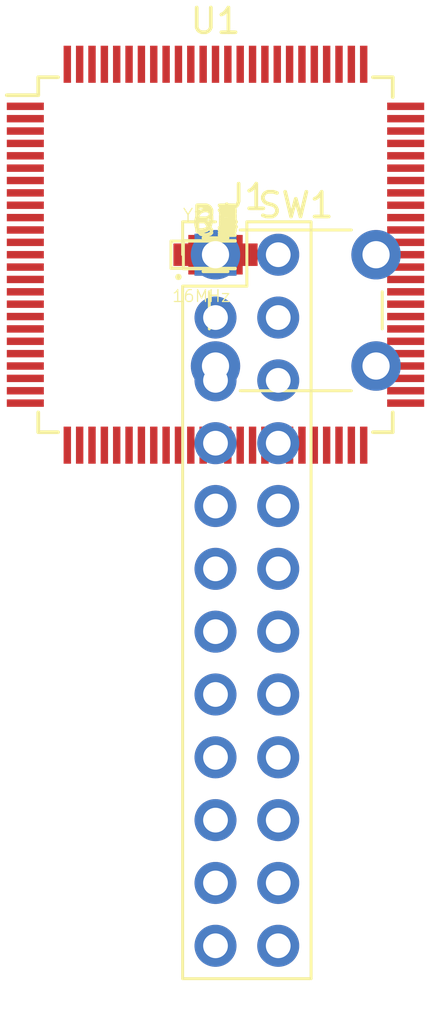
<source format=kicad_pcb>
(kicad_pcb (version 4) (host pcbnew 4.0.7)

  (general
    (links 62)
    (no_connects 47)
    (area 0 0 0 0)
    (thickness 1.6)
    (drawings 0)
    (tracks 0)
    (zones 0)
    (modules 18)
    (nets 98)
  )

  (page A4)
  (layers
    (0 F.Cu signal)
    (31 B.Cu signal)
    (32 B.Adhes user)
    (33 F.Adhes user)
    (34 B.Paste user)
    (35 F.Paste user)
    (36 B.SilkS user)
    (37 F.SilkS user)
    (38 B.Mask user)
    (39 F.Mask user)
    (40 Dwgs.User user)
    (41 Cmts.User user)
    (42 Eco1.User user)
    (43 Eco2.User user)
    (44 Edge.Cuts user)
    (45 Margin user)
    (46 B.CrtYd user)
    (47 F.CrtYd user)
    (48 B.Fab user)
    (49 F.Fab user)
  )

  (setup
    (last_trace_width 0.25)
    (trace_clearance 0.2)
    (zone_clearance 0.508)
    (zone_45_only no)
    (trace_min 0.2)
    (segment_width 0.2)
    (edge_width 0.1)
    (via_size 0.6)
    (via_drill 0.4)
    (via_min_size 0.4)
    (via_min_drill 0.3)
    (uvia_size 0.3)
    (uvia_drill 0.1)
    (uvias_allowed no)
    (uvia_min_size 0.2)
    (uvia_min_drill 0.1)
    (pcb_text_width 0.3)
    (pcb_text_size 1.5 1.5)
    (mod_edge_width 0.15)
    (mod_text_size 1 1)
    (mod_text_width 0.15)
    (pad_size 1.5 1.5)
    (pad_drill 0.6)
    (pad_to_mask_clearance 0)
    (aux_axis_origin 0 0)
    (visible_elements FFFFFF7F)
    (pcbplotparams
      (layerselection 0x00030_80000001)
      (usegerberextensions false)
      (excludeedgelayer true)
      (linewidth 0.100000)
      (plotframeref false)
      (viasonmask false)
      (mode 1)
      (useauxorigin false)
      (hpglpennumber 1)
      (hpglpenspeed 20)
      (hpglpendiameter 15)
      (hpglpenoverlay 2)
      (psnegative false)
      (psa4output false)
      (plotreference true)
      (plotvalue true)
      (plotinvisibletext false)
      (padsonsilk false)
      (subtractmaskfromsilk false)
      (outputformat 1)
      (mirror false)
      (drillshape 1)
      (scaleselection 1)
      (outputdirectory ""))
  )

  (net 0 "")
  (net 1 /AREF)
  (net 2 GND)
  (net 3 +5V)
  (net 4 /RESET)
  (net 5 "Net-(D2-Pad2)")
  (net 6 "Net-(D3-Pad2)")
  (net 7 +3V3)
  (net 8 /SCK)
  (net 9 /MISO)
  (net 10 /MOSI)
  (net 11 /TX0)
  (net 12 /RX0)
  (net 13 /SDA)
  (net 14 /SCL)
  (net 15 /D2)
  (net 16 /D3)
  (net 17 /D4)
  (net 18 /D5)
  (net 19 /D6)
  (net 20 /D7)
  (net 21 /A0)
  (net 22 /A1)
  (net 23 /A2)
  (net 24 /A3)
  (net 25 /A4)
  (net 26 /A5)
  (net 27 /D13)
  (net 28 "Net-(R6-Pad1)")
  (net 29 "Net-(R6-Pad2)")
  (net 30 "Net-(U1-Pad4)")
  (net 31 "Net-(U1-Pad8)")
  (net 32 "Net-(U1-Pad9)")
  (net 33 "Net-(U1-Pad12)")
  (net 34 "Net-(U1-Pad14)")
  (net 35 "Net-(U1-Pad17)")
  (net 36 "Net-(U1-Pad18)")
  (net 37 "Net-(U1-Pad19)")
  (net 38 "Net-(U1-Pad23)")
  (net 39 "Net-(U1-Pad24)")
  (net 40 "Net-(U1-Pad25)")
  (net 41 "Net-(U1-Pad26)")
  (net 42 "Net-(U1-Pad27)")
  (net 43 "Net-(U1-Pad28)")
  (net 44 "Net-(U1-Pad29)")
  (net 45 /XTAL2)
  (net 46 /XTAL1)
  (net 47 "Net-(U1-Pad35)")
  (net 48 "Net-(U1-Pad36)")
  (net 49 "Net-(U1-Pad37)")
  (net 50 "Net-(U1-Pad38)")
  (net 51 "Net-(U1-Pad39)")
  (net 52 "Net-(U1-Pad40)")
  (net 53 "Net-(U1-Pad41)")
  (net 54 "Net-(U1-Pad42)")
  (net 55 "Net-(U1-Pad45)")
  (net 56 "Net-(U1-Pad46)")
  (net 57 "Net-(U1-Pad47)")
  (net 58 "Net-(U1-Pad48)")
  (net 59 "Net-(U1-Pad49)")
  (net 60 "Net-(U1-Pad50)")
  (net 61 "Net-(U1-Pad51)")
  (net 62 "Net-(U1-Pad52)")
  (net 63 "Net-(U1-Pad53)")
  (net 64 "Net-(U1-Pad54)")
  (net 65 "Net-(U1-Pad55)")
  (net 66 "Net-(U1-Pad56)")
  (net 67 "Net-(U1-Pad57)")
  (net 68 "Net-(U1-Pad58)")
  (net 69 "Net-(U1-Pad59)")
  (net 70 "Net-(U1-Pad60)")
  (net 71 "Net-(U1-Pad63)")
  (net 72 "Net-(U1-Pad64)")
  (net 73 "Net-(U1-Pad65)")
  (net 74 "Net-(U1-Pad66)")
  (net 75 "Net-(U1-Pad67)")
  (net 76 "Net-(U1-Pad68)")
  (net 77 "Net-(U1-Pad69)")
  (net 78 "Net-(U1-Pad70)")
  (net 79 "Net-(U1-Pad71)")
  (net 80 "Net-(U1-Pad72)")
  (net 81 "Net-(U1-Pad73)")
  (net 82 "Net-(U1-Pad74)")
  (net 83 "Net-(U1-Pad75)")
  (net 84 "Net-(U1-Pad76)")
  (net 85 "Net-(U1-Pad77)")
  (net 86 "Net-(U1-Pad78)")
  (net 87 "Net-(U1-Pad79)")
  (net 88 "Net-(U1-Pad82)")
  (net 89 "Net-(U1-Pad83)")
  (net 90 "Net-(U1-Pad84)")
  (net 91 "Net-(U1-Pad85)")
  (net 92 "Net-(U1-Pad86)")
  (net 93 "Net-(U1-Pad87)")
  (net 94 "Net-(U1-Pad88)")
  (net 95 "Net-(U1-Pad89)")
  (net 96 "Net-(U1-Pad90)")
  (net 97 "Net-(U1-Pad91)")

  (net_class Default "This is the default net class."
    (clearance 0.2)
    (trace_width 0.25)
    (via_dia 0.6)
    (via_drill 0.4)
    (uvia_dia 0.3)
    (uvia_drill 0.1)
    (add_net +3V3)
    (add_net +5V)
    (add_net /A0)
    (add_net /A1)
    (add_net /A2)
    (add_net /A3)
    (add_net /A4)
    (add_net /A5)
    (add_net /AREF)
    (add_net /D13)
    (add_net /D2)
    (add_net /D3)
    (add_net /D4)
    (add_net /D5)
    (add_net /D6)
    (add_net /D7)
    (add_net /MISO)
    (add_net /MOSI)
    (add_net /RESET)
    (add_net /RX0)
    (add_net /SCK)
    (add_net /SCL)
    (add_net /SDA)
    (add_net /TX0)
    (add_net /XTAL1)
    (add_net /XTAL2)
    (add_net GND)
    (add_net "Net-(D2-Pad2)")
    (add_net "Net-(D3-Pad2)")
    (add_net "Net-(R6-Pad1)")
    (add_net "Net-(R6-Pad2)")
    (add_net "Net-(U1-Pad12)")
    (add_net "Net-(U1-Pad14)")
    (add_net "Net-(U1-Pad17)")
    (add_net "Net-(U1-Pad18)")
    (add_net "Net-(U1-Pad19)")
    (add_net "Net-(U1-Pad23)")
    (add_net "Net-(U1-Pad24)")
    (add_net "Net-(U1-Pad25)")
    (add_net "Net-(U1-Pad26)")
    (add_net "Net-(U1-Pad27)")
    (add_net "Net-(U1-Pad28)")
    (add_net "Net-(U1-Pad29)")
    (add_net "Net-(U1-Pad35)")
    (add_net "Net-(U1-Pad36)")
    (add_net "Net-(U1-Pad37)")
    (add_net "Net-(U1-Pad38)")
    (add_net "Net-(U1-Pad39)")
    (add_net "Net-(U1-Pad4)")
    (add_net "Net-(U1-Pad40)")
    (add_net "Net-(U1-Pad41)")
    (add_net "Net-(U1-Pad42)")
    (add_net "Net-(U1-Pad45)")
    (add_net "Net-(U1-Pad46)")
    (add_net "Net-(U1-Pad47)")
    (add_net "Net-(U1-Pad48)")
    (add_net "Net-(U1-Pad49)")
    (add_net "Net-(U1-Pad50)")
    (add_net "Net-(U1-Pad51)")
    (add_net "Net-(U1-Pad52)")
    (add_net "Net-(U1-Pad53)")
    (add_net "Net-(U1-Pad54)")
    (add_net "Net-(U1-Pad55)")
    (add_net "Net-(U1-Pad56)")
    (add_net "Net-(U1-Pad57)")
    (add_net "Net-(U1-Pad58)")
    (add_net "Net-(U1-Pad59)")
    (add_net "Net-(U1-Pad60)")
    (add_net "Net-(U1-Pad63)")
    (add_net "Net-(U1-Pad64)")
    (add_net "Net-(U1-Pad65)")
    (add_net "Net-(U1-Pad66)")
    (add_net "Net-(U1-Pad67)")
    (add_net "Net-(U1-Pad68)")
    (add_net "Net-(U1-Pad69)")
    (add_net "Net-(U1-Pad70)")
    (add_net "Net-(U1-Pad71)")
    (add_net "Net-(U1-Pad72)")
    (add_net "Net-(U1-Pad73)")
    (add_net "Net-(U1-Pad74)")
    (add_net "Net-(U1-Pad75)")
    (add_net "Net-(U1-Pad76)")
    (add_net "Net-(U1-Pad77)")
    (add_net "Net-(U1-Pad78)")
    (add_net "Net-(U1-Pad79)")
    (add_net "Net-(U1-Pad8)")
    (add_net "Net-(U1-Pad82)")
    (add_net "Net-(U1-Pad83)")
    (add_net "Net-(U1-Pad84)")
    (add_net "Net-(U1-Pad85)")
    (add_net "Net-(U1-Pad86)")
    (add_net "Net-(U1-Pad87)")
    (add_net "Net-(U1-Pad88)")
    (add_net "Net-(U1-Pad89)")
    (add_net "Net-(U1-Pad9)")
    (add_net "Net-(U1-Pad90)")
    (add_net "Net-(U1-Pad91)")
  )

  (module Capacitors_SMD:C_0603_HandSoldering (layer F.Cu) (tedit 58AA848B) (tstamp 5B4CA7FC)
    (at 148.5011 105.0036)
    (descr "Capacitor SMD 0603, hand soldering")
    (tags "capacitor 0603")
    (path /5B4BC746)
    (attr smd)
    (fp_text reference C1 (at 0 -1.25) (layer F.SilkS)
      (effects (font (size 1 1) (thickness 0.15)))
    )
    (fp_text value 0.1uf (at 0 1.5) (layer F.Fab)
      (effects (font (size 1 1) (thickness 0.15)))
    )
    (fp_text user %R (at 0 -1.25) (layer F.Fab)
      (effects (font (size 1 1) (thickness 0.15)))
    )
    (fp_line (start -0.8 0.4) (end -0.8 -0.4) (layer F.Fab) (width 0.1))
    (fp_line (start 0.8 0.4) (end -0.8 0.4) (layer F.Fab) (width 0.1))
    (fp_line (start 0.8 -0.4) (end 0.8 0.4) (layer F.Fab) (width 0.1))
    (fp_line (start -0.8 -0.4) (end 0.8 -0.4) (layer F.Fab) (width 0.1))
    (fp_line (start -0.35 -0.6) (end 0.35 -0.6) (layer F.SilkS) (width 0.12))
    (fp_line (start 0.35 0.6) (end -0.35 0.6) (layer F.SilkS) (width 0.12))
    (fp_line (start -1.8 -0.65) (end 1.8 -0.65) (layer F.CrtYd) (width 0.05))
    (fp_line (start -1.8 -0.65) (end -1.8 0.65) (layer F.CrtYd) (width 0.05))
    (fp_line (start 1.8 0.65) (end 1.8 -0.65) (layer F.CrtYd) (width 0.05))
    (fp_line (start 1.8 0.65) (end -1.8 0.65) (layer F.CrtYd) (width 0.05))
    (pad 1 smd rect (at -0.95 0) (size 1.2 0.75) (layers F.Cu F.Paste F.Mask)
      (net 1 /AREF))
    (pad 2 smd rect (at 0.95 0) (size 1.2 0.75) (layers F.Cu F.Paste F.Mask)
      (net 2 GND))
    (model Capacitors_SMD.3dshapes/C_0603.wrl
      (at (xyz 0 0 0))
      (scale (xyz 1 1 1))
      (rotate (xyz 0 0 0))
    )
  )

  (module Capacitors_SMD:C_0603_HandSoldering (layer F.Cu) (tedit 58AA848B) (tstamp 5B4CA80D)
    (at 148.5011 105.0036)
    (descr "Capacitor SMD 0603, hand soldering")
    (tags "capacitor 0603")
    (path /5B4B95A0)
    (attr smd)
    (fp_text reference C2 (at 0 -1.25) (layer F.SilkS)
      (effects (font (size 1 1) (thickness 0.15)))
    )
    (fp_text value 0.1uF (at 0 1.5) (layer F.Fab)
      (effects (font (size 1 1) (thickness 0.15)))
    )
    (fp_text user %R (at 0 -1.25) (layer F.Fab)
      (effects (font (size 1 1) (thickness 0.15)))
    )
    (fp_line (start -0.8 0.4) (end -0.8 -0.4) (layer F.Fab) (width 0.1))
    (fp_line (start 0.8 0.4) (end -0.8 0.4) (layer F.Fab) (width 0.1))
    (fp_line (start 0.8 -0.4) (end 0.8 0.4) (layer F.Fab) (width 0.1))
    (fp_line (start -0.8 -0.4) (end 0.8 -0.4) (layer F.Fab) (width 0.1))
    (fp_line (start -0.35 -0.6) (end 0.35 -0.6) (layer F.SilkS) (width 0.12))
    (fp_line (start 0.35 0.6) (end -0.35 0.6) (layer F.SilkS) (width 0.12))
    (fp_line (start -1.8 -0.65) (end 1.8 -0.65) (layer F.CrtYd) (width 0.05))
    (fp_line (start -1.8 -0.65) (end -1.8 0.65) (layer F.CrtYd) (width 0.05))
    (fp_line (start 1.8 0.65) (end 1.8 -0.65) (layer F.CrtYd) (width 0.05))
    (fp_line (start 1.8 0.65) (end -1.8 0.65) (layer F.CrtYd) (width 0.05))
    (pad 1 smd rect (at -0.95 0) (size 1.2 0.75) (layers F.Cu F.Paste F.Mask)
      (net 3 +5V))
    (pad 2 smd rect (at 0.95 0) (size 1.2 0.75) (layers F.Cu F.Paste F.Mask)
      (net 2 GND))
    (model Capacitors_SMD.3dshapes/C_0603.wrl
      (at (xyz 0 0 0))
      (scale (xyz 1 1 1))
      (rotate (xyz 0 0 0))
    )
  )

  (module Capacitors_SMD:C_0603_HandSoldering (layer F.Cu) (tedit 58AA848B) (tstamp 5B4CA81E)
    (at 148.5011 105.0036)
    (descr "Capacitor SMD 0603, hand soldering")
    (tags "capacitor 0603")
    (path /5B4B961F)
    (attr smd)
    (fp_text reference C3 (at 0 -1.25) (layer F.SilkS)
      (effects (font (size 1 1) (thickness 0.15)))
    )
    (fp_text value 0.1uF (at 0 1.5) (layer F.Fab)
      (effects (font (size 1 1) (thickness 0.15)))
    )
    (fp_text user %R (at 0 -1.25) (layer F.Fab)
      (effects (font (size 1 1) (thickness 0.15)))
    )
    (fp_line (start -0.8 0.4) (end -0.8 -0.4) (layer F.Fab) (width 0.1))
    (fp_line (start 0.8 0.4) (end -0.8 0.4) (layer F.Fab) (width 0.1))
    (fp_line (start 0.8 -0.4) (end 0.8 0.4) (layer F.Fab) (width 0.1))
    (fp_line (start -0.8 -0.4) (end 0.8 -0.4) (layer F.Fab) (width 0.1))
    (fp_line (start -0.35 -0.6) (end 0.35 -0.6) (layer F.SilkS) (width 0.12))
    (fp_line (start 0.35 0.6) (end -0.35 0.6) (layer F.SilkS) (width 0.12))
    (fp_line (start -1.8 -0.65) (end 1.8 -0.65) (layer F.CrtYd) (width 0.05))
    (fp_line (start -1.8 -0.65) (end -1.8 0.65) (layer F.CrtYd) (width 0.05))
    (fp_line (start 1.8 0.65) (end 1.8 -0.65) (layer F.CrtYd) (width 0.05))
    (fp_line (start 1.8 0.65) (end -1.8 0.65) (layer F.CrtYd) (width 0.05))
    (pad 1 smd rect (at -0.95 0) (size 1.2 0.75) (layers F.Cu F.Paste F.Mask)
      (net 3 +5V))
    (pad 2 smd rect (at 0.95 0) (size 1.2 0.75) (layers F.Cu F.Paste F.Mask)
      (net 2 GND))
    (model Capacitors_SMD.3dshapes/C_0603.wrl
      (at (xyz 0 0 0))
      (scale (xyz 1 1 1))
      (rotate (xyz 0 0 0))
    )
  )

  (module Capacitors_SMD:C_0603_HandSoldering (layer F.Cu) (tedit 58AA848B) (tstamp 5B4CA82F)
    (at 148.5011 105.0036)
    (descr "Capacitor SMD 0603, hand soldering")
    (tags "capacitor 0603")
    (path /5B4B996D)
    (attr smd)
    (fp_text reference C4 (at 0 -1.25) (layer F.SilkS)
      (effects (font (size 1 1) (thickness 0.15)))
    )
    (fp_text value 22p (at 0 1.5) (layer F.Fab)
      (effects (font (size 1 1) (thickness 0.15)))
    )
    (fp_text user %R (at 0 -1.25) (layer F.Fab)
      (effects (font (size 1 1) (thickness 0.15)))
    )
    (fp_line (start -0.8 0.4) (end -0.8 -0.4) (layer F.Fab) (width 0.1))
    (fp_line (start 0.8 0.4) (end -0.8 0.4) (layer F.Fab) (width 0.1))
    (fp_line (start 0.8 -0.4) (end 0.8 0.4) (layer F.Fab) (width 0.1))
    (fp_line (start -0.8 -0.4) (end 0.8 -0.4) (layer F.Fab) (width 0.1))
    (fp_line (start -0.35 -0.6) (end 0.35 -0.6) (layer F.SilkS) (width 0.12))
    (fp_line (start 0.35 0.6) (end -0.35 0.6) (layer F.SilkS) (width 0.12))
    (fp_line (start -1.8 -0.65) (end 1.8 -0.65) (layer F.CrtYd) (width 0.05))
    (fp_line (start -1.8 -0.65) (end -1.8 0.65) (layer F.CrtYd) (width 0.05))
    (fp_line (start 1.8 0.65) (end 1.8 -0.65) (layer F.CrtYd) (width 0.05))
    (fp_line (start 1.8 0.65) (end -1.8 0.65) (layer F.CrtYd) (width 0.05))
    (pad 1 smd rect (at -0.95 0) (size 1.2 0.75) (layers F.Cu F.Paste F.Mask)
      (net 4 /RESET))
    (pad 2 smd rect (at 0.95 0) (size 1.2 0.75) (layers F.Cu F.Paste F.Mask)
      (net 2 GND))
    (model Capacitors_SMD.3dshapes/C_0603.wrl
      (at (xyz 0 0 0))
      (scale (xyz 1 1 1))
      (rotate (xyz 0 0 0))
    )
  )

  (module Capacitors_SMD:C_0603_HandSoldering (layer F.Cu) (tedit 58AA848B) (tstamp 5B4CA840)
    (at 148.5011 105.0036)
    (descr "Capacitor SMD 0603, hand soldering")
    (tags "capacitor 0603")
    (path /5B4B9643)
    (attr smd)
    (fp_text reference C5 (at 0 -1.25) (layer F.SilkS)
      (effects (font (size 1 1) (thickness 0.15)))
    )
    (fp_text value 0.1uF (at 0 1.5) (layer F.Fab)
      (effects (font (size 1 1) (thickness 0.15)))
    )
    (fp_text user %R (at 0 -1.25) (layer F.Fab)
      (effects (font (size 1 1) (thickness 0.15)))
    )
    (fp_line (start -0.8 0.4) (end -0.8 -0.4) (layer F.Fab) (width 0.1))
    (fp_line (start 0.8 0.4) (end -0.8 0.4) (layer F.Fab) (width 0.1))
    (fp_line (start 0.8 -0.4) (end 0.8 0.4) (layer F.Fab) (width 0.1))
    (fp_line (start -0.8 -0.4) (end 0.8 -0.4) (layer F.Fab) (width 0.1))
    (fp_line (start -0.35 -0.6) (end 0.35 -0.6) (layer F.SilkS) (width 0.12))
    (fp_line (start 0.35 0.6) (end -0.35 0.6) (layer F.SilkS) (width 0.12))
    (fp_line (start -1.8 -0.65) (end 1.8 -0.65) (layer F.CrtYd) (width 0.05))
    (fp_line (start -1.8 -0.65) (end -1.8 0.65) (layer F.CrtYd) (width 0.05))
    (fp_line (start 1.8 0.65) (end 1.8 -0.65) (layer F.CrtYd) (width 0.05))
    (fp_line (start 1.8 0.65) (end -1.8 0.65) (layer F.CrtYd) (width 0.05))
    (pad 1 smd rect (at -0.95 0) (size 1.2 0.75) (layers F.Cu F.Paste F.Mask)
      (net 3 +5V))
    (pad 2 smd rect (at 0.95 0) (size 1.2 0.75) (layers F.Cu F.Paste F.Mask)
      (net 2 GND))
    (model Capacitors_SMD.3dshapes/C_0603.wrl
      (at (xyz 0 0 0))
      (scale (xyz 1 1 1))
      (rotate (xyz 0 0 0))
    )
  )

  (module Diodes_SMD:D_0603 (layer F.Cu) (tedit 590CE922) (tstamp 5B4CA858)
    (at 148.5011 105.0036)
    (descr "Diode SMD in 0603 package http://datasheets.avx.com/schottky.pdf")
    (tags "smd diode")
    (path /5B4BAB03)
    (attr smd)
    (fp_text reference D1 (at 0 -1.4) (layer F.SilkS)
      (effects (font (size 1 1) (thickness 0.15)))
    )
    (fp_text value D (at 0 1.4) (layer F.Fab)
      (effects (font (size 1 1) (thickness 0.15)))
    )
    (fp_text user %R (at 0 -1.4) (layer F.Fab)
      (effects (font (size 1 1) (thickness 0.15)))
    )
    (fp_line (start -1.3 -0.57) (end -1.3 0.57) (layer F.SilkS) (width 0.12))
    (fp_line (start 1.4 0.67) (end 1.4 -0.67) (layer F.CrtYd) (width 0.05))
    (fp_line (start -1.4 0.67) (end 1.4 0.67) (layer F.CrtYd) (width 0.05))
    (fp_line (start -1.4 -0.67) (end -1.4 0.67) (layer F.CrtYd) (width 0.05))
    (fp_line (start 1.4 -0.67) (end -1.4 -0.67) (layer F.CrtYd) (width 0.05))
    (fp_line (start 0.2 0) (end 0.4 0) (layer F.Fab) (width 0.1))
    (fp_line (start -0.1 0) (end -0.3 0) (layer F.Fab) (width 0.1))
    (fp_line (start -0.1 -0.2) (end -0.1 0.2) (layer F.Fab) (width 0.1))
    (fp_line (start 0.2 0.2) (end 0.2 -0.2) (layer F.Fab) (width 0.1))
    (fp_line (start -0.1 0) (end 0.2 0.2) (layer F.Fab) (width 0.1))
    (fp_line (start 0.2 -0.2) (end -0.1 0) (layer F.Fab) (width 0.1))
    (fp_line (start -0.8 0.45) (end -0.8 -0.45) (layer F.Fab) (width 0.1))
    (fp_line (start 0.8 0.45) (end -0.8 0.45) (layer F.Fab) (width 0.1))
    (fp_line (start 0.8 -0.45) (end 0.8 0.45) (layer F.Fab) (width 0.1))
    (fp_line (start -0.8 -0.45) (end 0.8 -0.45) (layer F.Fab) (width 0.1))
    (fp_line (start -1.3 0.57) (end 0.8 0.57) (layer F.SilkS) (width 0.12))
    (fp_line (start -1.3 -0.57) (end 0.8 -0.57) (layer F.SilkS) (width 0.12))
    (pad 1 smd rect (at -0.85 0) (size 0.6 0.8) (layers F.Cu F.Paste F.Mask)
      (net 3 +5V))
    (pad 2 smd rect (at 0.85 0) (size 0.6 0.8) (layers F.Cu F.Paste F.Mask)
      (net 4 /RESET))
    (model ${KISYS3DMOD}/Diodes_SMD.3dshapes/D_0603.wrl
      (at (xyz 0 0 0))
      (scale (xyz 1 1 1))
      (rotate (xyz 0 0 0))
    )
  )

  (module LEDs:LED_0603_HandSoldering (layer F.Cu) (tedit 595FC9C0) (tstamp 5B4CA86D)
    (at 148.5011 105.0036)
    (descr "LED SMD 0603, hand soldering")
    (tags "LED 0603")
    (path /5B4BB809)
    (attr smd)
    (fp_text reference D2 (at 0 -1.45) (layer F.SilkS)
      (effects (font (size 1 1) (thickness 0.15)))
    )
    (fp_text value LED (at 0 1.55) (layer F.Fab)
      (effects (font (size 1 1) (thickness 0.15)))
    )
    (fp_line (start -1.8 -0.55) (end -1.8 0.55) (layer F.SilkS) (width 0.12))
    (fp_line (start -0.2 -0.2) (end -0.2 0.2) (layer F.Fab) (width 0.1))
    (fp_line (start -0.15 0) (end 0.15 -0.2) (layer F.Fab) (width 0.1))
    (fp_line (start 0.15 0.2) (end -0.15 0) (layer F.Fab) (width 0.1))
    (fp_line (start 0.15 -0.2) (end 0.15 0.2) (layer F.Fab) (width 0.1))
    (fp_line (start 0.8 0.4) (end -0.8 0.4) (layer F.Fab) (width 0.1))
    (fp_line (start 0.8 -0.4) (end 0.8 0.4) (layer F.Fab) (width 0.1))
    (fp_line (start -0.8 -0.4) (end 0.8 -0.4) (layer F.Fab) (width 0.1))
    (fp_line (start -1.8 0.55) (end 0.8 0.55) (layer F.SilkS) (width 0.12))
    (fp_line (start -1.8 -0.55) (end 0.8 -0.55) (layer F.SilkS) (width 0.12))
    (fp_line (start -1.96 -0.7) (end 1.95 -0.7) (layer F.CrtYd) (width 0.05))
    (fp_line (start -1.96 -0.7) (end -1.96 0.7) (layer F.CrtYd) (width 0.05))
    (fp_line (start 1.95 0.7) (end 1.95 -0.7) (layer F.CrtYd) (width 0.05))
    (fp_line (start 1.95 0.7) (end -1.96 0.7) (layer F.CrtYd) (width 0.05))
    (fp_line (start -0.8 -0.4) (end -0.8 0.4) (layer F.Fab) (width 0.1))
    (pad 1 smd rect (at -1.1 0) (size 1.2 0.9) (layers F.Cu F.Paste F.Mask)
      (net 2 GND))
    (pad 2 smd rect (at 1.1 0) (size 1.2 0.9) (layers F.Cu F.Paste F.Mask)
      (net 5 "Net-(D2-Pad2)"))
    (model ${KISYS3DMOD}/LEDs.3dshapes/LED_0603.wrl
      (at (xyz 0 0 0))
      (scale (xyz 1 1 1))
      (rotate (xyz 0 0 180))
    )
  )

  (module LEDs:LED_0603_HandSoldering (layer F.Cu) (tedit 595FC9C0) (tstamp 5B4CA882)
    (at 148.5011 105.0036)
    (descr "LED SMD 0603, hand soldering")
    (tags "LED 0603")
    (path /5B4BB5F6)
    (attr smd)
    (fp_text reference D3 (at 0 -1.45) (layer F.SilkS)
      (effects (font (size 1 1) (thickness 0.15)))
    )
    (fp_text value LED (at 0 1.55) (layer F.Fab)
      (effects (font (size 1 1) (thickness 0.15)))
    )
    (fp_line (start -1.8 -0.55) (end -1.8 0.55) (layer F.SilkS) (width 0.12))
    (fp_line (start -0.2 -0.2) (end -0.2 0.2) (layer F.Fab) (width 0.1))
    (fp_line (start -0.15 0) (end 0.15 -0.2) (layer F.Fab) (width 0.1))
    (fp_line (start 0.15 0.2) (end -0.15 0) (layer F.Fab) (width 0.1))
    (fp_line (start 0.15 -0.2) (end 0.15 0.2) (layer F.Fab) (width 0.1))
    (fp_line (start 0.8 0.4) (end -0.8 0.4) (layer F.Fab) (width 0.1))
    (fp_line (start 0.8 -0.4) (end 0.8 0.4) (layer F.Fab) (width 0.1))
    (fp_line (start -0.8 -0.4) (end 0.8 -0.4) (layer F.Fab) (width 0.1))
    (fp_line (start -1.8 0.55) (end 0.8 0.55) (layer F.SilkS) (width 0.12))
    (fp_line (start -1.8 -0.55) (end 0.8 -0.55) (layer F.SilkS) (width 0.12))
    (fp_line (start -1.96 -0.7) (end 1.95 -0.7) (layer F.CrtYd) (width 0.05))
    (fp_line (start -1.96 -0.7) (end -1.96 0.7) (layer F.CrtYd) (width 0.05))
    (fp_line (start 1.95 0.7) (end 1.95 -0.7) (layer F.CrtYd) (width 0.05))
    (fp_line (start 1.95 0.7) (end -1.96 0.7) (layer F.CrtYd) (width 0.05))
    (fp_line (start -0.8 -0.4) (end -0.8 0.4) (layer F.Fab) (width 0.1))
    (pad 1 smd rect (at -1.1 0) (size 1.2 0.9) (layers F.Cu F.Paste F.Mask)
      (net 2 GND))
    (pad 2 smd rect (at 1.1 0) (size 1.2 0.9) (layers F.Cu F.Paste F.Mask)
      (net 6 "Net-(D3-Pad2)"))
    (model ${KISYS3DMOD}/LEDs.3dshapes/LED_0603.wrl
      (at (xyz 0 0 0))
      (scale (xyz 1 1 1))
      (rotate (xyz 0 0 180))
    )
  )

  (module Pin_Headers:Pin_Header_Straight_2x12_Pitch2.54mm (layer F.Cu) (tedit 59650532) (tstamp 5B4CA8B0)
    (at 148.5011 105.0036)
    (descr "Through hole straight pin header, 2x12, 2.54mm pitch, double rows")
    (tags "Through hole pin header THT 2x12 2.54mm double row")
    (path /5B4BCB03)
    (fp_text reference J1 (at 1.27 -2.33) (layer F.SilkS)
      (effects (font (size 1 1) (thickness 0.15)))
    )
    (fp_text value Bottom (at 1.27 30.27) (layer F.Fab)
      (effects (font (size 1 1) (thickness 0.15)))
    )
    (fp_line (start 0 -1.27) (end 3.81 -1.27) (layer F.Fab) (width 0.1))
    (fp_line (start 3.81 -1.27) (end 3.81 29.21) (layer F.Fab) (width 0.1))
    (fp_line (start 3.81 29.21) (end -1.27 29.21) (layer F.Fab) (width 0.1))
    (fp_line (start -1.27 29.21) (end -1.27 0) (layer F.Fab) (width 0.1))
    (fp_line (start -1.27 0) (end 0 -1.27) (layer F.Fab) (width 0.1))
    (fp_line (start -1.33 29.27) (end 3.87 29.27) (layer F.SilkS) (width 0.12))
    (fp_line (start -1.33 1.27) (end -1.33 29.27) (layer F.SilkS) (width 0.12))
    (fp_line (start 3.87 -1.33) (end 3.87 29.27) (layer F.SilkS) (width 0.12))
    (fp_line (start -1.33 1.27) (end 1.27 1.27) (layer F.SilkS) (width 0.12))
    (fp_line (start 1.27 1.27) (end 1.27 -1.33) (layer F.SilkS) (width 0.12))
    (fp_line (start 1.27 -1.33) (end 3.87 -1.33) (layer F.SilkS) (width 0.12))
    (fp_line (start -1.33 0) (end -1.33 -1.33) (layer F.SilkS) (width 0.12))
    (fp_line (start -1.33 -1.33) (end 0 -1.33) (layer F.SilkS) (width 0.12))
    (fp_line (start -1.8 -1.8) (end -1.8 29.75) (layer F.CrtYd) (width 0.05))
    (fp_line (start -1.8 29.75) (end 4.35 29.75) (layer F.CrtYd) (width 0.05))
    (fp_line (start 4.35 29.75) (end 4.35 -1.8) (layer F.CrtYd) (width 0.05))
    (fp_line (start 4.35 -1.8) (end -1.8 -1.8) (layer F.CrtYd) (width 0.05))
    (fp_text user %R (at 1.27 13.97 90) (layer F.Fab)
      (effects (font (size 1 1) (thickness 0.15)))
    )
    (pad 1 thru_hole rect (at 0 0) (size 1.7 1.7) (drill 1) (layers *.Cu *.Mask)
      (net 3 +5V))
    (pad 2 thru_hole oval (at 2.54 0) (size 1.7 1.7) (drill 1) (layers *.Cu *.Mask)
      (net 2 GND))
    (pad 3 thru_hole oval (at 0 2.54) (size 1.7 1.7) (drill 1) (layers *.Cu *.Mask)
      (net 7 +3V3))
    (pad 4 thru_hole oval (at 2.54 2.54) (size 1.7 1.7) (drill 1) (layers *.Cu *.Mask)
      (net 4 /RESET))
    (pad 5 thru_hole oval (at 0 5.08) (size 1.7 1.7) (drill 1) (layers *.Cu *.Mask)
      (net 8 /SCK))
    (pad 6 thru_hole oval (at 2.54 5.08) (size 1.7 1.7) (drill 1) (layers *.Cu *.Mask)
      (net 9 /MISO))
    (pad 7 thru_hole oval (at 0 7.62) (size 1.7 1.7) (drill 1) (layers *.Cu *.Mask)
      (net 10 /MOSI))
    (pad 8 thru_hole oval (at 2.54 7.62) (size 1.7 1.7) (drill 1) (layers *.Cu *.Mask)
      (net 11 /TX0))
    (pad 9 thru_hole oval (at 0 10.16) (size 1.7 1.7) (drill 1) (layers *.Cu *.Mask)
      (net 12 /RX0))
    (pad 10 thru_hole oval (at 2.54 10.16) (size 1.7 1.7) (drill 1) (layers *.Cu *.Mask)
      (net 13 /SDA))
    (pad 11 thru_hole oval (at 0 12.7) (size 1.7 1.7) (drill 1) (layers *.Cu *.Mask)
      (net 14 /SCL))
    (pad 12 thru_hole oval (at 2.54 12.7) (size 1.7 1.7) (drill 1) (layers *.Cu *.Mask)
      (net 1 /AREF))
    (pad 13 thru_hole oval (at 0 15.24) (size 1.7 1.7) (drill 1) (layers *.Cu *.Mask)
      (net 15 /D2))
    (pad 14 thru_hole oval (at 2.54 15.24) (size 1.7 1.7) (drill 1) (layers *.Cu *.Mask)
      (net 16 /D3))
    (pad 15 thru_hole oval (at 0 17.78) (size 1.7 1.7) (drill 1) (layers *.Cu *.Mask)
      (net 17 /D4))
    (pad 16 thru_hole oval (at 2.54 17.78) (size 1.7 1.7) (drill 1) (layers *.Cu *.Mask)
      (net 18 /D5))
    (pad 17 thru_hole oval (at 0 20.32) (size 1.7 1.7) (drill 1) (layers *.Cu *.Mask)
      (net 19 /D6))
    (pad 18 thru_hole oval (at 2.54 20.32) (size 1.7 1.7) (drill 1) (layers *.Cu *.Mask)
      (net 20 /D7))
    (pad 19 thru_hole oval (at 0 22.86) (size 1.7 1.7) (drill 1) (layers *.Cu *.Mask)
      (net 21 /A0))
    (pad 20 thru_hole oval (at 2.54 22.86) (size 1.7 1.7) (drill 1) (layers *.Cu *.Mask)
      (net 22 /A1))
    (pad 21 thru_hole oval (at 0 25.4) (size 1.7 1.7) (drill 1) (layers *.Cu *.Mask)
      (net 23 /A2))
    (pad 22 thru_hole oval (at 2.54 25.4) (size 1.7 1.7) (drill 1) (layers *.Cu *.Mask)
      (net 24 /A3))
    (pad 23 thru_hole oval (at 0 27.94) (size 1.7 1.7) (drill 1) (layers *.Cu *.Mask)
      (net 25 /A4))
    (pad 24 thru_hole oval (at 2.54 27.94) (size 1.7 1.7) (drill 1) (layers *.Cu *.Mask)
      (net 26 /A5))
    (model ${KISYS3DMOD}/Pin_Headers.3dshapes/Pin_Header_Straight_2x12_Pitch2.54mm.wrl
      (at (xyz 0 0 0))
      (scale (xyz 1 1 1))
      (rotate (xyz 0 0 0))
    )
  )

  (module Resistors_SMD:R_0603_HandSoldering (layer F.Cu) (tedit 58E0A804) (tstamp 5B4CA8C1)
    (at 148.5011 105.0036)
    (descr "Resistor SMD 0603, hand soldering")
    (tags "resistor 0603")
    (path /5B4C870E)
    (attr smd)
    (fp_text reference R1 (at 0 -1.45) (layer F.SilkS)
      (effects (font (size 1 1) (thickness 0.15)))
    )
    (fp_text value 10K (at 0 1.55) (layer F.Fab)
      (effects (font (size 1 1) (thickness 0.15)))
    )
    (fp_text user %R (at 0 0) (layer F.Fab)
      (effects (font (size 0.4 0.4) (thickness 0.075)))
    )
    (fp_line (start -0.8 0.4) (end -0.8 -0.4) (layer F.Fab) (width 0.1))
    (fp_line (start 0.8 0.4) (end -0.8 0.4) (layer F.Fab) (width 0.1))
    (fp_line (start 0.8 -0.4) (end 0.8 0.4) (layer F.Fab) (width 0.1))
    (fp_line (start -0.8 -0.4) (end 0.8 -0.4) (layer F.Fab) (width 0.1))
    (fp_line (start 0.5 0.68) (end -0.5 0.68) (layer F.SilkS) (width 0.12))
    (fp_line (start -0.5 -0.68) (end 0.5 -0.68) (layer F.SilkS) (width 0.12))
    (fp_line (start -1.96 -0.7) (end 1.95 -0.7) (layer F.CrtYd) (width 0.05))
    (fp_line (start -1.96 -0.7) (end -1.96 0.7) (layer F.CrtYd) (width 0.05))
    (fp_line (start 1.95 0.7) (end 1.95 -0.7) (layer F.CrtYd) (width 0.05))
    (fp_line (start 1.95 0.7) (end -1.96 0.7) (layer F.CrtYd) (width 0.05))
    (pad 1 smd rect (at -1.1 0) (size 1.2 0.9) (layers F.Cu F.Paste F.Mask)
      (net 3 +5V))
    (pad 2 smd rect (at 1.1 0) (size 1.2 0.9) (layers F.Cu F.Paste F.Mask)
      (net 14 /SCL))
    (model ${KISYS3DMOD}/Resistors_SMD.3dshapes/R_0603.wrl
      (at (xyz 0 0 0))
      (scale (xyz 1 1 1))
      (rotate (xyz 0 0 0))
    )
  )

  (module Resistors_SMD:R_0603_HandSoldering (layer F.Cu) (tedit 58E0A804) (tstamp 5B4CA8D2)
    (at 148.5011 105.0036)
    (descr "Resistor SMD 0603, hand soldering")
    (tags "resistor 0603")
    (path /5B4C8852)
    (attr smd)
    (fp_text reference R2 (at 0 -1.45) (layer F.SilkS)
      (effects (font (size 1 1) (thickness 0.15)))
    )
    (fp_text value 10K (at 0 1.55) (layer F.Fab)
      (effects (font (size 1 1) (thickness 0.15)))
    )
    (fp_text user %R (at 0 0) (layer F.Fab)
      (effects (font (size 0.4 0.4) (thickness 0.075)))
    )
    (fp_line (start -0.8 0.4) (end -0.8 -0.4) (layer F.Fab) (width 0.1))
    (fp_line (start 0.8 0.4) (end -0.8 0.4) (layer F.Fab) (width 0.1))
    (fp_line (start 0.8 -0.4) (end 0.8 0.4) (layer F.Fab) (width 0.1))
    (fp_line (start -0.8 -0.4) (end 0.8 -0.4) (layer F.Fab) (width 0.1))
    (fp_line (start 0.5 0.68) (end -0.5 0.68) (layer F.SilkS) (width 0.12))
    (fp_line (start -0.5 -0.68) (end 0.5 -0.68) (layer F.SilkS) (width 0.12))
    (fp_line (start -1.96 -0.7) (end 1.95 -0.7) (layer F.CrtYd) (width 0.05))
    (fp_line (start -1.96 -0.7) (end -1.96 0.7) (layer F.CrtYd) (width 0.05))
    (fp_line (start 1.95 0.7) (end 1.95 -0.7) (layer F.CrtYd) (width 0.05))
    (fp_line (start 1.95 0.7) (end -1.96 0.7) (layer F.CrtYd) (width 0.05))
    (pad 1 smd rect (at -1.1 0) (size 1.2 0.9) (layers F.Cu F.Paste F.Mask)
      (net 3 +5V))
    (pad 2 smd rect (at 1.1 0) (size 1.2 0.9) (layers F.Cu F.Paste F.Mask)
      (net 13 /SDA))
    (model ${KISYS3DMOD}/Resistors_SMD.3dshapes/R_0603.wrl
      (at (xyz 0 0 0))
      (scale (xyz 1 1 1))
      (rotate (xyz 0 0 0))
    )
  )

  (module Resistors_SMD:R_0603_HandSoldering (layer F.Cu) (tedit 58E0A804) (tstamp 5B4CA8E3)
    (at 148.5011 105.0036)
    (descr "Resistor SMD 0603, hand soldering")
    (tags "resistor 0603")
    (path /5B4B9879)
    (attr smd)
    (fp_text reference R3 (at 0 -1.45) (layer F.SilkS)
      (effects (font (size 1 1) (thickness 0.15)))
    )
    (fp_text value 10K (at 0 1.55) (layer F.Fab)
      (effects (font (size 1 1) (thickness 0.15)))
    )
    (fp_text user %R (at 0 0) (layer F.Fab)
      (effects (font (size 0.4 0.4) (thickness 0.075)))
    )
    (fp_line (start -0.8 0.4) (end -0.8 -0.4) (layer F.Fab) (width 0.1))
    (fp_line (start 0.8 0.4) (end -0.8 0.4) (layer F.Fab) (width 0.1))
    (fp_line (start 0.8 -0.4) (end 0.8 0.4) (layer F.Fab) (width 0.1))
    (fp_line (start -0.8 -0.4) (end 0.8 -0.4) (layer F.Fab) (width 0.1))
    (fp_line (start 0.5 0.68) (end -0.5 0.68) (layer F.SilkS) (width 0.12))
    (fp_line (start -0.5 -0.68) (end 0.5 -0.68) (layer F.SilkS) (width 0.12))
    (fp_line (start -1.96 -0.7) (end 1.95 -0.7) (layer F.CrtYd) (width 0.05))
    (fp_line (start -1.96 -0.7) (end -1.96 0.7) (layer F.CrtYd) (width 0.05))
    (fp_line (start 1.95 0.7) (end 1.95 -0.7) (layer F.CrtYd) (width 0.05))
    (fp_line (start 1.95 0.7) (end -1.96 0.7) (layer F.CrtYd) (width 0.05))
    (pad 1 smd rect (at -1.1 0) (size 1.2 0.9) (layers F.Cu F.Paste F.Mask)
      (net 4 /RESET))
    (pad 2 smd rect (at 1.1 0) (size 1.2 0.9) (layers F.Cu F.Paste F.Mask)
      (net 3 +5V))
    (model ${KISYS3DMOD}/Resistors_SMD.3dshapes/R_0603.wrl
      (at (xyz 0 0 0))
      (scale (xyz 1 1 1))
      (rotate (xyz 0 0 0))
    )
  )

  (module Resistors_SMD:R_0603_HandSoldering (layer F.Cu) (tedit 58E0A804) (tstamp 5B4CA8F4)
    (at 148.5011 105.0036)
    (descr "Resistor SMD 0603, hand soldering")
    (tags "resistor 0603")
    (path /5B4BB801)
    (attr smd)
    (fp_text reference R4 (at 0 -1.45) (layer F.SilkS)
      (effects (font (size 1 1) (thickness 0.15)))
    )
    (fp_text value 10K (at 0 1.55) (layer F.Fab)
      (effects (font (size 1 1) (thickness 0.15)))
    )
    (fp_text user %R (at 0 0) (layer F.Fab)
      (effects (font (size 0.4 0.4) (thickness 0.075)))
    )
    (fp_line (start -0.8 0.4) (end -0.8 -0.4) (layer F.Fab) (width 0.1))
    (fp_line (start 0.8 0.4) (end -0.8 0.4) (layer F.Fab) (width 0.1))
    (fp_line (start 0.8 -0.4) (end 0.8 0.4) (layer F.Fab) (width 0.1))
    (fp_line (start -0.8 -0.4) (end 0.8 -0.4) (layer F.Fab) (width 0.1))
    (fp_line (start 0.5 0.68) (end -0.5 0.68) (layer F.SilkS) (width 0.12))
    (fp_line (start -0.5 -0.68) (end 0.5 -0.68) (layer F.SilkS) (width 0.12))
    (fp_line (start -1.96 -0.7) (end 1.95 -0.7) (layer F.CrtYd) (width 0.05))
    (fp_line (start -1.96 -0.7) (end -1.96 0.7) (layer F.CrtYd) (width 0.05))
    (fp_line (start 1.95 0.7) (end 1.95 -0.7) (layer F.CrtYd) (width 0.05))
    (fp_line (start 1.95 0.7) (end -1.96 0.7) (layer F.CrtYd) (width 0.05))
    (pad 1 smd rect (at -1.1 0) (size 1.2 0.9) (layers F.Cu F.Paste F.Mask)
      (net 5 "Net-(D2-Pad2)"))
    (pad 2 smd rect (at 1.1 0) (size 1.2 0.9) (layers F.Cu F.Paste F.Mask)
      (net 27 /D13))
    (model ${KISYS3DMOD}/Resistors_SMD.3dshapes/R_0603.wrl
      (at (xyz 0 0 0))
      (scale (xyz 1 1 1))
      (rotate (xyz 0 0 0))
    )
  )

  (module Resistors_SMD:R_0603_HandSoldering (layer F.Cu) (tedit 58E0A804) (tstamp 5B4CA905)
    (at 148.5011 105.0036)
    (descr "Resistor SMD 0603, hand soldering")
    (tags "resistor 0603")
    (path /5B4BB53C)
    (attr smd)
    (fp_text reference R5 (at 0 -1.45) (layer F.SilkS)
      (effects (font (size 1 1) (thickness 0.15)))
    )
    (fp_text value 10K (at 0 1.55) (layer F.Fab)
      (effects (font (size 1 1) (thickness 0.15)))
    )
    (fp_text user %R (at 0 0) (layer F.Fab)
      (effects (font (size 0.4 0.4) (thickness 0.075)))
    )
    (fp_line (start -0.8 0.4) (end -0.8 -0.4) (layer F.Fab) (width 0.1))
    (fp_line (start 0.8 0.4) (end -0.8 0.4) (layer F.Fab) (width 0.1))
    (fp_line (start 0.8 -0.4) (end 0.8 0.4) (layer F.Fab) (width 0.1))
    (fp_line (start -0.8 -0.4) (end 0.8 -0.4) (layer F.Fab) (width 0.1))
    (fp_line (start 0.5 0.68) (end -0.5 0.68) (layer F.SilkS) (width 0.12))
    (fp_line (start -0.5 -0.68) (end 0.5 -0.68) (layer F.SilkS) (width 0.12))
    (fp_line (start -1.96 -0.7) (end 1.95 -0.7) (layer F.CrtYd) (width 0.05))
    (fp_line (start -1.96 -0.7) (end -1.96 0.7) (layer F.CrtYd) (width 0.05))
    (fp_line (start 1.95 0.7) (end 1.95 -0.7) (layer F.CrtYd) (width 0.05))
    (fp_line (start 1.95 0.7) (end -1.96 0.7) (layer F.CrtYd) (width 0.05))
    (pad 1 smd rect (at -1.1 0) (size 1.2 0.9) (layers F.Cu F.Paste F.Mask)
      (net 6 "Net-(D3-Pad2)"))
    (pad 2 smd rect (at 1.1 0) (size 1.2 0.9) (layers F.Cu F.Paste F.Mask)
      (net 3 +5V))
    (model ${KISYS3DMOD}/Resistors_SMD.3dshapes/R_0603.wrl
      (at (xyz 0 0 0))
      (scale (xyz 1 1 1))
      (rotate (xyz 0 0 0))
    )
  )

  (module Resistors_SMD:R_0603_HandSoldering (layer F.Cu) (tedit 58E0A804) (tstamp 5B4CA916)
    (at 148.5011 105.0036)
    (descr "Resistor SMD 0603, hand soldering")
    (tags "resistor 0603")
    (path /5B4BC2EE)
    (attr smd)
    (fp_text reference R6 (at 0 -1.45) (layer F.SilkS)
      (effects (font (size 1 1) (thickness 0.15)))
    )
    (fp_text value 1M (at 0 1.55) (layer F.Fab)
      (effects (font (size 1 1) (thickness 0.15)))
    )
    (fp_text user %R (at 0 0) (layer F.Fab)
      (effects (font (size 0.4 0.4) (thickness 0.075)))
    )
    (fp_line (start -0.8 0.4) (end -0.8 -0.4) (layer F.Fab) (width 0.1))
    (fp_line (start 0.8 0.4) (end -0.8 0.4) (layer F.Fab) (width 0.1))
    (fp_line (start 0.8 -0.4) (end 0.8 0.4) (layer F.Fab) (width 0.1))
    (fp_line (start -0.8 -0.4) (end 0.8 -0.4) (layer F.Fab) (width 0.1))
    (fp_line (start 0.5 0.68) (end -0.5 0.68) (layer F.SilkS) (width 0.12))
    (fp_line (start -0.5 -0.68) (end 0.5 -0.68) (layer F.SilkS) (width 0.12))
    (fp_line (start -1.96 -0.7) (end 1.95 -0.7) (layer F.CrtYd) (width 0.05))
    (fp_line (start -1.96 -0.7) (end -1.96 0.7) (layer F.CrtYd) (width 0.05))
    (fp_line (start 1.95 0.7) (end 1.95 -0.7) (layer F.CrtYd) (width 0.05))
    (fp_line (start 1.95 0.7) (end -1.96 0.7) (layer F.CrtYd) (width 0.05))
    (pad 1 smd rect (at -1.1 0) (size 1.2 0.9) (layers F.Cu F.Paste F.Mask)
      (net 28 "Net-(R6-Pad1)"))
    (pad 2 smd rect (at 1.1 0) (size 1.2 0.9) (layers F.Cu F.Paste F.Mask)
      (net 29 "Net-(R6-Pad2)"))
    (model ${KISYS3DMOD}/Resistors_SMD.3dshapes/R_0603.wrl
      (at (xyz 0 0 0))
      (scale (xyz 1 1 1))
      (rotate (xyz 0 0 0))
    )
  )

  (module Buttons_Switches_THT:SW_PUSH_6mm (layer F.Cu) (tedit 5923F252) (tstamp 5B4CA935)
    (at 148.5011 105.0036)
    (descr https://www.omron.com/ecb/products/pdf/en-b3f.pdf)
    (tags "tact sw push 6mm")
    (path /5B4C824B)
    (fp_text reference SW1 (at 3.25 -2) (layer F.SilkS)
      (effects (font (size 1 1) (thickness 0.15)))
    )
    (fp_text value SW_Push (at 3.75 6.7) (layer F.Fab)
      (effects (font (size 1 1) (thickness 0.15)))
    )
    (fp_text user %R (at 3.25 2.25) (layer F.Fab)
      (effects (font (size 1 1) (thickness 0.15)))
    )
    (fp_line (start 3.25 -0.75) (end 6.25 -0.75) (layer F.Fab) (width 0.1))
    (fp_line (start 6.25 -0.75) (end 6.25 5.25) (layer F.Fab) (width 0.1))
    (fp_line (start 6.25 5.25) (end 0.25 5.25) (layer F.Fab) (width 0.1))
    (fp_line (start 0.25 5.25) (end 0.25 -0.75) (layer F.Fab) (width 0.1))
    (fp_line (start 0.25 -0.75) (end 3.25 -0.75) (layer F.Fab) (width 0.1))
    (fp_line (start 7.75 6) (end 8 6) (layer F.CrtYd) (width 0.05))
    (fp_line (start 8 6) (end 8 5.75) (layer F.CrtYd) (width 0.05))
    (fp_line (start 7.75 -1.5) (end 8 -1.5) (layer F.CrtYd) (width 0.05))
    (fp_line (start 8 -1.5) (end 8 -1.25) (layer F.CrtYd) (width 0.05))
    (fp_line (start -1.5 -1.25) (end -1.5 -1.5) (layer F.CrtYd) (width 0.05))
    (fp_line (start -1.5 -1.5) (end -1.25 -1.5) (layer F.CrtYd) (width 0.05))
    (fp_line (start -1.5 5.75) (end -1.5 6) (layer F.CrtYd) (width 0.05))
    (fp_line (start -1.5 6) (end -1.25 6) (layer F.CrtYd) (width 0.05))
    (fp_line (start -1.25 -1.5) (end 7.75 -1.5) (layer F.CrtYd) (width 0.05))
    (fp_line (start -1.5 5.75) (end -1.5 -1.25) (layer F.CrtYd) (width 0.05))
    (fp_line (start 7.75 6) (end -1.25 6) (layer F.CrtYd) (width 0.05))
    (fp_line (start 8 -1.25) (end 8 5.75) (layer F.CrtYd) (width 0.05))
    (fp_line (start 1 5.5) (end 5.5 5.5) (layer F.SilkS) (width 0.12))
    (fp_line (start -0.25 1.5) (end -0.25 3) (layer F.SilkS) (width 0.12))
    (fp_line (start 5.5 -1) (end 1 -1) (layer F.SilkS) (width 0.12))
    (fp_line (start 6.75 3) (end 6.75 1.5) (layer F.SilkS) (width 0.12))
    (fp_circle (center 3.25 2.25) (end 1.25 2.5) (layer F.Fab) (width 0.1))
    (pad 2 thru_hole circle (at 0 4.5 90) (size 2 2) (drill 1.1) (layers *.Cu *.Mask)
      (net 2 GND))
    (pad 1 thru_hole circle (at 0 0 90) (size 2 2) (drill 1.1) (layers *.Cu *.Mask)
      (net 4 /RESET))
    (pad 2 thru_hole circle (at 6.5 4.5 90) (size 2 2) (drill 1.1) (layers *.Cu *.Mask)
      (net 2 GND))
    (pad 1 thru_hole circle (at 6.5 0 90) (size 2 2) (drill 1.1) (layers *.Cu *.Mask)
      (net 4 /RESET))
    (model ${KISYS3DMOD}/Buttons_Switches_THT.3dshapes/SW_PUSH_6mm.wrl
      (at (xyz 0.005 0 0))
      (scale (xyz 0.3937 0.3937 0.3937))
      (rotate (xyz 0 0 0))
    )
  )

  (module Housings_QFP:TQFP-100_14x14mm_Pitch0.5mm (layer F.Cu) (tedit 58CC9A47) (tstamp 5B4CA9B0)
    (at 148.5011 105.0036)
    (descr "100-Lead Plastic Thin Quad Flatpack (PF) - 14x14x1 mm Body 2.00 mm Footprint [TQFP] (see Microchip Packaging Specification 00000049BS.pdf)")
    (tags "QFP 0.5")
    (path /5B4B7E8F)
    (attr smd)
    (fp_text reference U1 (at 0 -9.45) (layer F.SilkS)
      (effects (font (size 1 1) (thickness 0.15)))
    )
    (fp_text value ATMEGA2560-16AU (at 0 9.45) (layer F.Fab)
      (effects (font (size 1 1) (thickness 0.15)))
    )
    (fp_text user %R (at 0 0) (layer F.Fab)
      (effects (font (size 1 1) (thickness 0.15)))
    )
    (fp_line (start -6 -7) (end 7 -7) (layer F.Fab) (width 0.15))
    (fp_line (start 7 -7) (end 7 7) (layer F.Fab) (width 0.15))
    (fp_line (start 7 7) (end -7 7) (layer F.Fab) (width 0.15))
    (fp_line (start -7 7) (end -7 -6) (layer F.Fab) (width 0.15))
    (fp_line (start -7 -6) (end -6 -7) (layer F.Fab) (width 0.15))
    (fp_line (start -8.7 -8.7) (end -8.7 8.7) (layer F.CrtYd) (width 0.05))
    (fp_line (start 8.7 -8.7) (end 8.7 8.7) (layer F.CrtYd) (width 0.05))
    (fp_line (start -8.7 -8.7) (end 8.7 -8.7) (layer F.CrtYd) (width 0.05))
    (fp_line (start -8.7 8.7) (end 8.7 8.7) (layer F.CrtYd) (width 0.05))
    (fp_line (start -7.175 -7.175) (end -7.175 -6.45) (layer F.SilkS) (width 0.15))
    (fp_line (start 7.175 -7.175) (end 7.175 -6.375) (layer F.SilkS) (width 0.15))
    (fp_line (start 7.175 7.175) (end 7.175 6.375) (layer F.SilkS) (width 0.15))
    (fp_line (start -7.175 7.175) (end -7.175 6.375) (layer F.SilkS) (width 0.15))
    (fp_line (start -7.175 -7.175) (end -6.375 -7.175) (layer F.SilkS) (width 0.15))
    (fp_line (start -7.175 7.175) (end -6.375 7.175) (layer F.SilkS) (width 0.15))
    (fp_line (start 7.175 7.175) (end 6.375 7.175) (layer F.SilkS) (width 0.15))
    (fp_line (start 7.175 -7.175) (end 6.375 -7.175) (layer F.SilkS) (width 0.15))
    (fp_line (start -7.175 -6.45) (end -8.45 -6.45) (layer F.SilkS) (width 0.15))
    (pad 1 smd rect (at -7.7 -6) (size 1.5 0.3) (layers F.Cu F.Paste F.Mask)
      (net 17 /D4))
    (pad 2 smd rect (at -7.7 -5.5) (size 1.5 0.3) (layers F.Cu F.Paste F.Mask)
      (net 12 /RX0))
    (pad 3 smd rect (at -7.7 -5) (size 1.5 0.3) (layers F.Cu F.Paste F.Mask)
      (net 11 /TX0))
    (pad 4 smd rect (at -7.7 -4.5) (size 1.5 0.3) (layers F.Cu F.Paste F.Mask)
      (net 30 "Net-(U1-Pad4)"))
    (pad 5 smd rect (at -7.7 -4) (size 1.5 0.3) (layers F.Cu F.Paste F.Mask)
      (net 18 /D5))
    (pad 6 smd rect (at -7.7 -3.5) (size 1.5 0.3) (layers F.Cu F.Paste F.Mask)
      (net 15 /D2))
    (pad 7 smd rect (at -7.7 -3) (size 1.5 0.3) (layers F.Cu F.Paste F.Mask)
      (net 16 /D3))
    (pad 8 smd rect (at -7.7 -2.5) (size 1.5 0.3) (layers F.Cu F.Paste F.Mask)
      (net 31 "Net-(U1-Pad8)"))
    (pad 9 smd rect (at -7.7 -2) (size 1.5 0.3) (layers F.Cu F.Paste F.Mask)
      (net 32 "Net-(U1-Pad9)"))
    (pad 10 smd rect (at -7.7 -1.5) (size 1.5 0.3) (layers F.Cu F.Paste F.Mask)
      (net 3 +5V))
    (pad 11 smd rect (at -7.7 -1) (size 1.5 0.3) (layers F.Cu F.Paste F.Mask)
      (net 2 GND))
    (pad 12 smd rect (at -7.7 -0.5) (size 1.5 0.3) (layers F.Cu F.Paste F.Mask)
      (net 33 "Net-(U1-Pad12)"))
    (pad 13 smd rect (at -7.7 0) (size 1.5 0.3) (layers F.Cu F.Paste F.Mask)
      (net 27 /D13))
    (pad 14 smd rect (at -7.7 0.5) (size 1.5 0.3) (layers F.Cu F.Paste F.Mask)
      (net 34 "Net-(U1-Pad14)"))
    (pad 15 smd rect (at -7.7 1) (size 1.5 0.3) (layers F.Cu F.Paste F.Mask)
      (net 19 /D6))
    (pad 16 smd rect (at -7.7 1.5) (size 1.5 0.3) (layers F.Cu F.Paste F.Mask)
      (net 20 /D7))
    (pad 17 smd rect (at -7.7 2) (size 1.5 0.3) (layers F.Cu F.Paste F.Mask)
      (net 35 "Net-(U1-Pad17)"))
    (pad 18 smd rect (at -7.7 2.5) (size 1.5 0.3) (layers F.Cu F.Paste F.Mask)
      (net 36 "Net-(U1-Pad18)"))
    (pad 19 smd rect (at -7.7 3) (size 1.5 0.3) (layers F.Cu F.Paste F.Mask)
      (net 37 "Net-(U1-Pad19)"))
    (pad 20 smd rect (at -7.7 3.5) (size 1.5 0.3) (layers F.Cu F.Paste F.Mask)
      (net 8 /SCK))
    (pad 21 smd rect (at -7.7 4) (size 1.5 0.3) (layers F.Cu F.Paste F.Mask)
      (net 10 /MOSI))
    (pad 22 smd rect (at -7.7 4.5) (size 1.5 0.3) (layers F.Cu F.Paste F.Mask)
      (net 9 /MISO))
    (pad 23 smd rect (at -7.7 5) (size 1.5 0.3) (layers F.Cu F.Paste F.Mask)
      (net 38 "Net-(U1-Pad23)"))
    (pad 24 smd rect (at -7.7 5.5) (size 1.5 0.3) (layers F.Cu F.Paste F.Mask)
      (net 39 "Net-(U1-Pad24)"))
    (pad 25 smd rect (at -7.7 6) (size 1.5 0.3) (layers F.Cu F.Paste F.Mask)
      (net 40 "Net-(U1-Pad25)"))
    (pad 26 smd rect (at -6 7.7 90) (size 1.5 0.3) (layers F.Cu F.Paste F.Mask)
      (net 41 "Net-(U1-Pad26)"))
    (pad 27 smd rect (at -5.5 7.7 90) (size 1.5 0.3) (layers F.Cu F.Paste F.Mask)
      (net 42 "Net-(U1-Pad27)"))
    (pad 28 smd rect (at -5 7.7 90) (size 1.5 0.3) (layers F.Cu F.Paste F.Mask)
      (net 43 "Net-(U1-Pad28)"))
    (pad 29 smd rect (at -4.5 7.7 90) (size 1.5 0.3) (layers F.Cu F.Paste F.Mask)
      (net 44 "Net-(U1-Pad29)"))
    (pad 30 smd rect (at -4 7.7 90) (size 1.5 0.3) (layers F.Cu F.Paste F.Mask)
      (net 4 /RESET))
    (pad 31 smd rect (at -3.5 7.7 90) (size 1.5 0.3) (layers F.Cu F.Paste F.Mask)
      (net 3 +5V))
    (pad 32 smd rect (at -3 7.7 90) (size 1.5 0.3) (layers F.Cu F.Paste F.Mask)
      (net 2 GND))
    (pad 33 smd rect (at -2.5 7.7 90) (size 1.5 0.3) (layers F.Cu F.Paste F.Mask)
      (net 45 /XTAL2))
    (pad 34 smd rect (at -2 7.7 90) (size 1.5 0.3) (layers F.Cu F.Paste F.Mask)
      (net 46 /XTAL1))
    (pad 35 smd rect (at -1.5 7.7 90) (size 1.5 0.3) (layers F.Cu F.Paste F.Mask)
      (net 47 "Net-(U1-Pad35)"))
    (pad 36 smd rect (at -1 7.7 90) (size 1.5 0.3) (layers F.Cu F.Paste F.Mask)
      (net 48 "Net-(U1-Pad36)"))
    (pad 37 smd rect (at -0.5 7.7 90) (size 1.5 0.3) (layers F.Cu F.Paste F.Mask)
      (net 49 "Net-(U1-Pad37)"))
    (pad 38 smd rect (at 0 7.7 90) (size 1.5 0.3) (layers F.Cu F.Paste F.Mask)
      (net 50 "Net-(U1-Pad38)"))
    (pad 39 smd rect (at 0.5 7.7 90) (size 1.5 0.3) (layers F.Cu F.Paste F.Mask)
      (net 51 "Net-(U1-Pad39)"))
    (pad 40 smd rect (at 1 7.7 90) (size 1.5 0.3) (layers F.Cu F.Paste F.Mask)
      (net 52 "Net-(U1-Pad40)"))
    (pad 41 smd rect (at 1.5 7.7 90) (size 1.5 0.3) (layers F.Cu F.Paste F.Mask)
      (net 53 "Net-(U1-Pad41)"))
    (pad 42 smd rect (at 2 7.7 90) (size 1.5 0.3) (layers F.Cu F.Paste F.Mask)
      (net 54 "Net-(U1-Pad42)"))
    (pad 43 smd rect (at 2.5 7.7 90) (size 1.5 0.3) (layers F.Cu F.Paste F.Mask)
      (net 14 /SCL))
    (pad 44 smd rect (at 3 7.7 90) (size 1.5 0.3) (layers F.Cu F.Paste F.Mask)
      (net 13 /SDA))
    (pad 45 smd rect (at 3.5 7.7 90) (size 1.5 0.3) (layers F.Cu F.Paste F.Mask)
      (net 55 "Net-(U1-Pad45)"))
    (pad 46 smd rect (at 4 7.7 90) (size 1.5 0.3) (layers F.Cu F.Paste F.Mask)
      (net 56 "Net-(U1-Pad46)"))
    (pad 47 smd rect (at 4.5 7.7 90) (size 1.5 0.3) (layers F.Cu F.Paste F.Mask)
      (net 57 "Net-(U1-Pad47)"))
    (pad 48 smd rect (at 5 7.7 90) (size 1.5 0.3) (layers F.Cu F.Paste F.Mask)
      (net 58 "Net-(U1-Pad48)"))
    (pad 49 smd rect (at 5.5 7.7 90) (size 1.5 0.3) (layers F.Cu F.Paste F.Mask)
      (net 59 "Net-(U1-Pad49)"))
    (pad 50 smd rect (at 6 7.7 90) (size 1.5 0.3) (layers F.Cu F.Paste F.Mask)
      (net 60 "Net-(U1-Pad50)"))
    (pad 51 smd rect (at 7.7 6) (size 1.5 0.3) (layers F.Cu F.Paste F.Mask)
      (net 61 "Net-(U1-Pad51)"))
    (pad 52 smd rect (at 7.7 5.5) (size 1.5 0.3) (layers F.Cu F.Paste F.Mask)
      (net 62 "Net-(U1-Pad52)"))
    (pad 53 smd rect (at 7.7 5) (size 1.5 0.3) (layers F.Cu F.Paste F.Mask)
      (net 63 "Net-(U1-Pad53)"))
    (pad 54 smd rect (at 7.7 4.5) (size 1.5 0.3) (layers F.Cu F.Paste F.Mask)
      (net 64 "Net-(U1-Pad54)"))
    (pad 55 smd rect (at 7.7 4) (size 1.5 0.3) (layers F.Cu F.Paste F.Mask)
      (net 65 "Net-(U1-Pad55)"))
    (pad 56 smd rect (at 7.7 3.5) (size 1.5 0.3) (layers F.Cu F.Paste F.Mask)
      (net 66 "Net-(U1-Pad56)"))
    (pad 57 smd rect (at 7.7 3) (size 1.5 0.3) (layers F.Cu F.Paste F.Mask)
      (net 67 "Net-(U1-Pad57)"))
    (pad 58 smd rect (at 7.7 2.5) (size 1.5 0.3) (layers F.Cu F.Paste F.Mask)
      (net 68 "Net-(U1-Pad58)"))
    (pad 59 smd rect (at 7.7 2) (size 1.5 0.3) (layers F.Cu F.Paste F.Mask)
      (net 69 "Net-(U1-Pad59)"))
    (pad 60 smd rect (at 7.7 1.5) (size 1.5 0.3) (layers F.Cu F.Paste F.Mask)
      (net 70 "Net-(U1-Pad60)"))
    (pad 61 smd rect (at 7.7 1) (size 1.5 0.3) (layers F.Cu F.Paste F.Mask)
      (net 3 +5V))
    (pad 62 smd rect (at 7.7 0.5) (size 1.5 0.3) (layers F.Cu F.Paste F.Mask)
      (net 2 GND))
    (pad 63 smd rect (at 7.7 0) (size 1.5 0.3) (layers F.Cu F.Paste F.Mask)
      (net 71 "Net-(U1-Pad63)"))
    (pad 64 smd rect (at 7.7 -0.5) (size 1.5 0.3) (layers F.Cu F.Paste F.Mask)
      (net 72 "Net-(U1-Pad64)"))
    (pad 65 smd rect (at 7.7 -1) (size 1.5 0.3) (layers F.Cu F.Paste F.Mask)
      (net 73 "Net-(U1-Pad65)"))
    (pad 66 smd rect (at 7.7 -1.5) (size 1.5 0.3) (layers F.Cu F.Paste F.Mask)
      (net 74 "Net-(U1-Pad66)"))
    (pad 67 smd rect (at 7.7 -2) (size 1.5 0.3) (layers F.Cu F.Paste F.Mask)
      (net 75 "Net-(U1-Pad67)"))
    (pad 68 smd rect (at 7.7 -2.5) (size 1.5 0.3) (layers F.Cu F.Paste F.Mask)
      (net 76 "Net-(U1-Pad68)"))
    (pad 69 smd rect (at 7.7 -3) (size 1.5 0.3) (layers F.Cu F.Paste F.Mask)
      (net 77 "Net-(U1-Pad69)"))
    (pad 70 smd rect (at 7.7 -3.5) (size 1.5 0.3) (layers F.Cu F.Paste F.Mask)
      (net 78 "Net-(U1-Pad70)"))
    (pad 71 smd rect (at 7.7 -4) (size 1.5 0.3) (layers F.Cu F.Paste F.Mask)
      (net 79 "Net-(U1-Pad71)"))
    (pad 72 smd rect (at 7.7 -4.5) (size 1.5 0.3) (layers F.Cu F.Paste F.Mask)
      (net 80 "Net-(U1-Pad72)"))
    (pad 73 smd rect (at 7.7 -5) (size 1.5 0.3) (layers F.Cu F.Paste F.Mask)
      (net 81 "Net-(U1-Pad73)"))
    (pad 74 smd rect (at 7.7 -5.5) (size 1.5 0.3) (layers F.Cu F.Paste F.Mask)
      (net 82 "Net-(U1-Pad74)"))
    (pad 75 smd rect (at 7.7 -6) (size 1.5 0.3) (layers F.Cu F.Paste F.Mask)
      (net 83 "Net-(U1-Pad75)"))
    (pad 76 smd rect (at 6 -7.7 90) (size 1.5 0.3) (layers F.Cu F.Paste F.Mask)
      (net 84 "Net-(U1-Pad76)"))
    (pad 77 smd rect (at 5.5 -7.7 90) (size 1.5 0.3) (layers F.Cu F.Paste F.Mask)
      (net 85 "Net-(U1-Pad77)"))
    (pad 78 smd rect (at 5 -7.7 90) (size 1.5 0.3) (layers F.Cu F.Paste F.Mask)
      (net 86 "Net-(U1-Pad78)"))
    (pad 79 smd rect (at 4.5 -7.7 90) (size 1.5 0.3) (layers F.Cu F.Paste F.Mask)
      (net 87 "Net-(U1-Pad79)"))
    (pad 80 smd rect (at 4 -7.7 90) (size 1.5 0.3) (layers F.Cu F.Paste F.Mask)
      (net 3 +5V))
    (pad 81 smd rect (at 3.5 -7.7 90) (size 1.5 0.3) (layers F.Cu F.Paste F.Mask)
      (net 2 GND))
    (pad 82 smd rect (at 3 -7.7 90) (size 1.5 0.3) (layers F.Cu F.Paste F.Mask)
      (net 88 "Net-(U1-Pad82)"))
    (pad 83 smd rect (at 2.5 -7.7 90) (size 1.5 0.3) (layers F.Cu F.Paste F.Mask)
      (net 89 "Net-(U1-Pad83)"))
    (pad 84 smd rect (at 2 -7.7 90) (size 1.5 0.3) (layers F.Cu F.Paste F.Mask)
      (net 90 "Net-(U1-Pad84)"))
    (pad 85 smd rect (at 1.5 -7.7 90) (size 1.5 0.3) (layers F.Cu F.Paste F.Mask)
      (net 91 "Net-(U1-Pad85)"))
    (pad 86 smd rect (at 1 -7.7 90) (size 1.5 0.3) (layers F.Cu F.Paste F.Mask)
      (net 92 "Net-(U1-Pad86)"))
    (pad 87 smd rect (at 0.5 -7.7 90) (size 1.5 0.3) (layers F.Cu F.Paste F.Mask)
      (net 93 "Net-(U1-Pad87)"))
    (pad 88 smd rect (at 0 -7.7 90) (size 1.5 0.3) (layers F.Cu F.Paste F.Mask)
      (net 94 "Net-(U1-Pad88)"))
    (pad 89 smd rect (at -0.5 -7.7 90) (size 1.5 0.3) (layers F.Cu F.Paste F.Mask)
      (net 95 "Net-(U1-Pad89)"))
    (pad 90 smd rect (at -1 -7.7 90) (size 1.5 0.3) (layers F.Cu F.Paste F.Mask)
      (net 96 "Net-(U1-Pad90)"))
    (pad 91 smd rect (at -1.5 -7.7 90) (size 1.5 0.3) (layers F.Cu F.Paste F.Mask)
      (net 97 "Net-(U1-Pad91)"))
    (pad 92 smd rect (at -2 -7.7 90) (size 1.5 0.3) (layers F.Cu F.Paste F.Mask)
      (net 26 /A5))
    (pad 93 smd rect (at -2.5 -7.7 90) (size 1.5 0.3) (layers F.Cu F.Paste F.Mask)
      (net 25 /A4))
    (pad 94 smd rect (at -3 -7.7 90) (size 1.5 0.3) (layers F.Cu F.Paste F.Mask)
      (net 24 /A3))
    (pad 95 smd rect (at -3.5 -7.7 90) (size 1.5 0.3) (layers F.Cu F.Paste F.Mask)
      (net 23 /A2))
    (pad 96 smd rect (at -4 -7.7 90) (size 1.5 0.3) (layers F.Cu F.Paste F.Mask)
      (net 22 /A1))
    (pad 97 smd rect (at -4.5 -7.7 90) (size 1.5 0.3) (layers F.Cu F.Paste F.Mask)
      (net 21 /A0))
    (pad 98 smd rect (at -5 -7.7 90) (size 1.5 0.3) (layers F.Cu F.Paste F.Mask)
      (net 1 /AREF))
    (pad 99 smd rect (at -5.5 -7.7 90) (size 1.5 0.3) (layers F.Cu F.Paste F.Mask)
      (net 2 GND))
    (pad 100 smd rect (at -6 -7.7 90) (size 1.5 0.3) (layers F.Cu F.Paste F.Mask)
      (net 3 +5V))
    (model ${KISYS3DMOD}/Housings_QFP.3dshapes/TQFP-100_14x14mm_Pitch0.5mm.wrl
      (at (xyz 0 0 0))
      (scale (xyz 1 1 1))
      (rotate (xyz 0 0 0))
    )
  )

  (module CSTCE16M0V53-R0:OSC_CSTCE16M0V53-R0 (layer F.Cu) (tedit 0) (tstamp 5B4CA9BE)
    (at 148.5011 105.0036)
    (path /5B4C8504)
    (attr smd)
    (fp_text reference Y1 (at -0.882758 -1.61337) (layer F.SilkS)
      (effects (font (size 0.481067 0.481067) (thickness 0.05)))
    )
    (fp_text value 16MHz (at -0.577945 1.67082) (layer F.SilkS)
      (effects (font (size 0.48162 0.48162) (thickness 0.05)))
    )
    (fp_line (start -1.6 0.65) (end 1.6 0.65) (layer Dwgs.User) (width 0.127))
    (fp_line (start 1.6 -0.65) (end -1.6 -0.65) (layer Dwgs.User) (width 0.127))
    (fp_circle (center -1.5 0.9) (end -1.373 0.9) (layer F.SilkS) (width 0))
    (fp_line (start -2 -1.25) (end 2 -1.25) (layer Eco1.User) (width 0.127))
    (fp_line (start 2 -1.25) (end 2 1.25) (layer Eco1.User) (width 0.127))
    (fp_line (start 2 1.25) (end -2 1.25) (layer Eco1.User) (width 0.127))
    (fp_line (start -2 1.25) (end -2 -1.25) (layer Eco1.User) (width 0.127))
    (pad 1 smd rect (at -0.95 0 90) (size 1.6 0.3) (layers F.Cu F.Paste F.Mask)
      (net 46 /XTAL1))
    (pad 2 smd rect (at 0 0 90) (size 1.6 0.3) (layers F.Cu F.Paste F.Mask)
      (net 2 GND))
    (pad 3 smd rect (at 0.95 0 90) (size 1.6 0.3) (layers F.Cu F.Paste F.Mask)
      (net 45 /XTAL2))
  )

)

</source>
